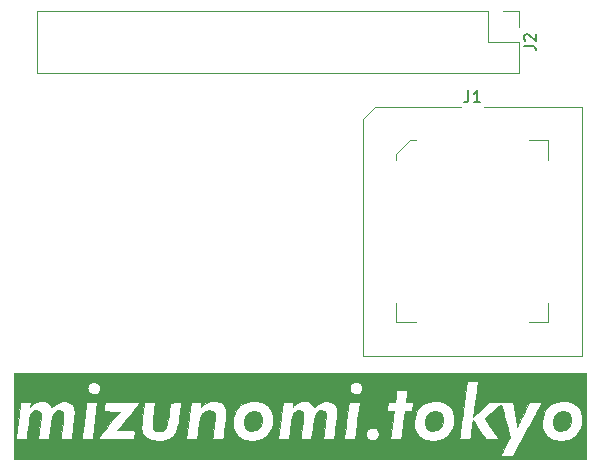
<source format=gto>
%TF.GenerationSoftware,KiCad,Pcbnew,4.0.6*%
%TF.CreationDate,2017-11-25T15:44:53+09:00*%
%TF.ProjectId,gb_rom_board,67625F726F6D5F626F6172642E6B6963,rev?*%
%TF.FileFunction,Legend,Top*%
%FSLAX46Y46*%
G04 Gerber Fmt 4.6, Leading zero omitted, Abs format (unit mm)*
G04 Created by KiCad (PCBNEW 4.0.6) date 11/25/17 15:44:53*
%MOMM*%
%LPD*%
G01*
G04 APERTURE LIST*
%ADD10C,0.100000*%
%ADD11C,0.120000*%
%ADD12C,0.010000*%
%ADD13C,0.150000*%
G04 APERTURE END LIST*
D10*
D11*
X151997000Y-81793400D02*
X144757000Y-81793400D01*
X144757000Y-81793400D02*
X143757000Y-82793400D01*
X143757000Y-82793400D02*
X143757000Y-102843400D01*
X143757000Y-102843400D02*
X162237000Y-102843400D01*
X162237000Y-102843400D02*
X162237000Y-81793400D01*
X162237000Y-81793400D02*
X153997000Y-81793400D01*
D10*
X148212000Y-84613400D02*
X147712000Y-84613400D01*
X147712000Y-84613400D02*
X146562000Y-85763400D01*
X146562000Y-85763400D02*
X146562000Y-86263400D01*
X157782000Y-84613400D02*
X159432000Y-84613400D01*
X159432000Y-84613400D02*
X159432000Y-86263400D01*
X148212000Y-100023400D02*
X146562000Y-100023400D01*
X146562000Y-100023400D02*
X146562000Y-98373400D01*
X157782000Y-100023400D02*
X159432000Y-100023400D01*
X159432000Y-100023400D02*
X159432000Y-98373400D01*
D11*
X116156000Y-73688900D02*
X116156000Y-78888900D01*
X154316000Y-73688900D02*
X116156000Y-73688900D01*
X156916000Y-78888900D02*
X116156000Y-78888900D01*
X154316000Y-73688900D02*
X154316000Y-76288900D01*
X154316000Y-76288900D02*
X156916000Y-76288900D01*
X156916000Y-76288900D02*
X156916000Y-78888900D01*
X155586000Y-73688900D02*
X156916000Y-73688900D01*
X156916000Y-73688900D02*
X156916000Y-75018900D01*
D12*
G36*
X162644667Y-111573733D02*
X114215334Y-111573733D01*
X114215334Y-109914267D01*
X114313864Y-109914267D01*
X114771954Y-109914267D01*
X114955821Y-109913834D01*
X115082990Y-109911356D01*
X115164495Y-109905063D01*
X115211372Y-109893187D01*
X115234654Y-109873956D01*
X115245376Y-109845603D01*
X115247122Y-109838067D01*
X115256214Y-109783744D01*
X115272452Y-109672692D01*
X115294392Y-109515366D01*
X115320589Y-109322225D01*
X115349598Y-109103724D01*
X115367597Y-108966000D01*
X115412636Y-108632537D01*
X115454161Y-108359363D01*
X115494439Y-108139283D01*
X115535733Y-107965098D01*
X115580308Y-107829611D01*
X115630428Y-107725627D01*
X115688359Y-107645948D01*
X115756364Y-107583376D01*
X115815224Y-107543417D01*
X115951852Y-107489911D01*
X116103783Y-107476109D01*
X116245203Y-107501910D01*
X116326617Y-107545416D01*
X116376696Y-107590076D01*
X116414793Y-107640799D01*
X116441149Y-107705204D01*
X116456003Y-107790907D01*
X116459595Y-107905529D01*
X116452166Y-108056686D01*
X116433956Y-108251996D01*
X116405204Y-108499079D01*
X116366304Y-108804386D01*
X116333864Y-109051569D01*
X116303341Y-109280644D01*
X116276072Y-109481841D01*
X116253395Y-109645395D01*
X116236648Y-109761538D01*
X116227169Y-109820502D01*
X116227042Y-109821133D01*
X116208085Y-109914267D01*
X117148447Y-109914267D01*
X117258723Y-109066912D01*
X117305396Y-108719615D01*
X117347907Y-108432939D01*
X117388303Y-108200059D01*
X117428633Y-108014149D01*
X117470946Y-107868384D01*
X117517292Y-107755937D01*
X117569719Y-107669982D01*
X117630276Y-107603694D01*
X117701012Y-107550246D01*
X117716985Y-107540238D01*
X117850170Y-107488578D01*
X118002348Y-107473685D01*
X118148095Y-107494918D01*
X118261991Y-107551635D01*
X118264861Y-107554059D01*
X118305982Y-107597366D01*
X118336660Y-107652250D01*
X118356899Y-107725745D01*
X118366700Y-107824881D01*
X118366065Y-107956693D01*
X118354996Y-108128213D01*
X118333497Y-108346472D01*
X118301569Y-108618505D01*
X118265294Y-108904516D01*
X118233680Y-109149868D01*
X118205131Y-109373823D01*
X118180765Y-109567429D01*
X118161698Y-109721737D01*
X118149045Y-109827796D01*
X118143923Y-109876654D01*
X118143867Y-109878182D01*
X118177415Y-109894842D01*
X118277149Y-109906446D01*
X118441703Y-109912887D01*
X118599532Y-109914267D01*
X119055198Y-109914267D01*
X119901864Y-109914267D01*
X120377532Y-109914267D01*
X120566479Y-109913553D01*
X120697955Y-109910563D01*
X120782214Y-109904021D01*
X120829511Y-109892653D01*
X120850100Y-109875183D01*
X120854255Y-109855000D01*
X120856000Y-109837456D01*
X121361200Y-109837456D01*
X121361200Y-109914267D01*
X124329270Y-109914267D01*
X124369235Y-109614095D01*
X124390528Y-109469968D01*
X124405998Y-109360455D01*
X124408139Y-109280865D01*
X124389444Y-109226510D01*
X124342404Y-109192699D01*
X124259515Y-109174743D01*
X124133267Y-109167951D01*
X123956155Y-109167634D01*
X123720670Y-109169103D01*
X123657082Y-109169200D01*
X122904964Y-109169200D01*
X123042870Y-109025267D01*
X123096394Y-108964997D01*
X123166370Y-108882191D01*
X124970630Y-108882191D01*
X124972852Y-109040945D01*
X124983841Y-109156125D01*
X125008061Y-109251754D01*
X125049977Y-109351856D01*
X125062912Y-109378695D01*
X125208114Y-109599770D01*
X125406638Y-109783442D01*
X125652537Y-109925099D01*
X125865467Y-110001271D01*
X125998666Y-110025362D01*
X126178322Y-110040293D01*
X126383787Y-110046103D01*
X126594412Y-110042833D01*
X126789548Y-110030522D01*
X126948546Y-110009210D01*
X126993918Y-109999095D01*
X127231902Y-109914267D01*
X128741064Y-109914267D01*
X129683611Y-109914267D01*
X129741627Y-109465533D01*
X129789702Y-109098737D01*
X129831725Y-108792548D01*
X129869283Y-108540269D01*
X129903962Y-108335207D01*
X129937348Y-108170666D01*
X129971028Y-108039950D01*
X130006588Y-107936366D01*
X130045614Y-107853218D01*
X130089692Y-107783810D01*
X130140409Y-107721449D01*
X130159883Y-107700196D01*
X130325185Y-107572356D01*
X130528642Y-107496924D01*
X130718549Y-107476610D01*
X130901837Y-107492445D01*
X131035955Y-107545189D01*
X131131716Y-107640295D01*
X131167416Y-107702975D01*
X131185679Y-107743172D01*
X131198743Y-107783291D01*
X131206164Y-107831933D01*
X131207496Y-107897700D01*
X131202295Y-107989192D01*
X131190117Y-108115010D01*
X131170516Y-108283754D01*
X131143048Y-108504025D01*
X131114368Y-108728933D01*
X131082936Y-108976073D01*
X131053748Y-109208247D01*
X131028117Y-109414794D01*
X131007356Y-109585056D01*
X130992780Y-109708374D01*
X130986041Y-109770333D01*
X130972513Y-109914267D01*
X131432478Y-109914267D01*
X131616766Y-109913841D01*
X131744312Y-109911393D01*
X131826104Y-109905162D01*
X131873133Y-109893392D01*
X131896389Y-109874322D01*
X131906861Y-109846194D01*
X131908658Y-109838067D01*
X131926396Y-109737924D01*
X131949182Y-109583980D01*
X131975695Y-109387681D01*
X132004611Y-109160469D01*
X132034608Y-108913790D01*
X132064366Y-108659087D01*
X132080768Y-108512898D01*
X132706534Y-108512898D01*
X132734719Y-108853662D01*
X132817609Y-109159749D01*
X132952701Y-109427612D01*
X133137491Y-109653703D01*
X133369478Y-109834476D01*
X133646160Y-109966382D01*
X133756400Y-110001271D01*
X133910907Y-110029418D01*
X134109722Y-110044490D01*
X134330751Y-110046770D01*
X134551900Y-110036540D01*
X134751074Y-110014083D01*
X134881941Y-109986897D01*
X135068255Y-109914267D01*
X136530398Y-109914267D01*
X136988487Y-109914267D01*
X137172354Y-109913834D01*
X137299523Y-109911356D01*
X137381029Y-109905063D01*
X137427905Y-109893187D01*
X137451187Y-109873956D01*
X137461909Y-109845603D01*
X137463656Y-109838067D01*
X137472747Y-109783744D01*
X137488985Y-109672692D01*
X137510925Y-109515366D01*
X137537122Y-109322225D01*
X137566131Y-109103724D01*
X137584130Y-108966000D01*
X137629169Y-108632537D01*
X137670695Y-108359363D01*
X137710972Y-108139283D01*
X137752266Y-107965098D01*
X137796841Y-107829611D01*
X137846962Y-107725627D01*
X137904892Y-107645948D01*
X137972897Y-107583376D01*
X138031757Y-107543417D01*
X138168385Y-107489911D01*
X138320317Y-107476109D01*
X138461737Y-107501910D01*
X138543150Y-107545416D01*
X138593229Y-107590076D01*
X138631327Y-107640799D01*
X138657682Y-107705204D01*
X138672536Y-107790907D01*
X138676128Y-107905529D01*
X138668699Y-108056686D01*
X138650489Y-108251996D01*
X138621738Y-108499079D01*
X138582837Y-108804386D01*
X138550397Y-109051569D01*
X138519874Y-109280644D01*
X138492605Y-109481841D01*
X138469928Y-109645395D01*
X138453181Y-109761538D01*
X138443702Y-109820502D01*
X138443575Y-109821133D01*
X138424618Y-109914267D01*
X139364980Y-109914267D01*
X139475256Y-109066912D01*
X139521930Y-108719615D01*
X139564440Y-108432939D01*
X139604836Y-108200059D01*
X139645166Y-108014149D01*
X139687479Y-107868384D01*
X139733825Y-107755937D01*
X139786252Y-107669982D01*
X139846809Y-107603694D01*
X139917545Y-107550246D01*
X139933519Y-107540238D01*
X140066704Y-107488578D01*
X140218881Y-107473685D01*
X140364628Y-107494918D01*
X140478525Y-107551635D01*
X140481394Y-107554059D01*
X140522515Y-107597366D01*
X140553194Y-107652250D01*
X140573432Y-107725745D01*
X140583233Y-107824881D01*
X140582598Y-107956693D01*
X140571530Y-108128213D01*
X140550031Y-108346472D01*
X140518102Y-108618505D01*
X140481827Y-108904516D01*
X140450213Y-109149868D01*
X140421665Y-109373823D01*
X140397299Y-109567429D01*
X140378231Y-109721737D01*
X140365578Y-109827796D01*
X140360456Y-109876654D01*
X140360400Y-109878182D01*
X140393949Y-109894842D01*
X140493683Y-109906446D01*
X140658236Y-109912887D01*
X140816066Y-109914267D01*
X141271731Y-109914267D01*
X142118398Y-109914267D01*
X142594066Y-109914267D01*
X142783013Y-109913553D01*
X142914489Y-109910563D01*
X142998748Y-109904021D01*
X143046044Y-109892653D01*
X143066633Y-109875183D01*
X143070788Y-109855000D01*
X143075270Y-109809948D01*
X143087671Y-109704828D01*
X143107099Y-109546727D01*
X143115972Y-109475912D01*
X143973844Y-109475912D01*
X143991764Y-109644709D01*
X144052208Y-109788704D01*
X144080417Y-109825982D01*
X144195471Y-109931544D01*
X144323841Y-109990367D01*
X144485372Y-110009872D01*
X144567549Y-110008140D01*
X144695647Y-109998441D01*
X144780830Y-109978976D01*
X144847914Y-109940639D01*
X144915337Y-109880526D01*
X145027705Y-109729952D01*
X145083548Y-109561060D01*
X145084686Y-109387411D01*
X145032942Y-109222564D01*
X144930137Y-109080080D01*
X144794581Y-108981717D01*
X144637325Y-108933388D01*
X144464576Y-108933082D01*
X144296273Y-108976190D01*
X144152356Y-109058100D01*
X144067246Y-109149885D01*
X143998865Y-109303807D01*
X143973844Y-109475912D01*
X143115972Y-109475912D01*
X143132660Y-109342735D01*
X143163461Y-109099940D01*
X143198611Y-108825431D01*
X143237216Y-108526297D01*
X143266977Y-108297133D01*
X143373566Y-107478542D01*
X145755618Y-107478542D01*
X145778111Y-107496082D01*
X145836439Y-107505504D01*
X145942487Y-107509225D01*
X146048363Y-107509733D01*
X146193287Y-107510441D01*
X146282702Y-107514699D01*
X146328830Y-107525714D01*
X146343894Y-107546690D01*
X146340119Y-107580832D01*
X146338987Y-107585933D01*
X146330495Y-107637565D01*
X146314584Y-107747537D01*
X146292457Y-107907009D01*
X146265321Y-108107139D01*
X146234382Y-108339087D01*
X146200843Y-108594011D01*
X146185467Y-108712000D01*
X146151162Y-108974277D01*
X146118923Y-109217496D01*
X146089953Y-109432814D01*
X146065458Y-109611390D01*
X146046644Y-109744385D01*
X146034716Y-109822955D01*
X146031946Y-109838067D01*
X146014843Y-109914267D01*
X146489622Y-109914267D01*
X146660149Y-109913355D01*
X146803515Y-109910851D01*
X146907612Y-109907102D01*
X146960329Y-109902454D01*
X146964400Y-109900676D01*
X146968703Y-109865102D01*
X146980927Y-109770200D01*
X147000045Y-109623785D01*
X147025033Y-109433670D01*
X147054862Y-109207667D01*
X147088508Y-108953590D01*
X147116767Y-108740743D01*
X147146918Y-108512898D01*
X148048134Y-108512898D01*
X148076319Y-108853662D01*
X148159209Y-109159749D01*
X148294301Y-109427612D01*
X148479091Y-109653703D01*
X148711078Y-109834476D01*
X148987760Y-109966382D01*
X149098000Y-110001271D01*
X149252507Y-110029418D01*
X149451322Y-110044490D01*
X149672351Y-110046770D01*
X149893500Y-110036540D01*
X150092674Y-110014083D01*
X150223541Y-109986897D01*
X150409855Y-109914267D01*
X151869685Y-109914267D01*
X152346509Y-109914267D01*
X152546921Y-109912682D01*
X152687134Y-109907488D01*
X152774615Y-109898020D01*
X152816835Y-109883617D01*
X152823557Y-109871933D01*
X152827912Y-109821422D01*
X152839743Y-109718283D01*
X152857520Y-109573986D01*
X152879712Y-109400003D01*
X152904790Y-109207803D01*
X152931224Y-109008856D01*
X152957484Y-108814632D01*
X152982040Y-108636602D01*
X153003362Y-108486236D01*
X153019921Y-108375004D01*
X153030186Y-108314376D01*
X153032334Y-108306668D01*
X153053257Y-108331072D01*
X153106922Y-108404915D01*
X153188521Y-108521259D01*
X153293246Y-108673171D01*
X153416289Y-108853715D01*
X153552843Y-109055956D01*
X153585334Y-109104331D01*
X154127200Y-109911905D01*
X154660600Y-109913086D01*
X154842034Y-109912604D01*
X154996992Y-109910509D01*
X155114050Y-109907091D01*
X155181784Y-109902639D01*
X155194000Y-109899533D01*
X155175408Y-109869097D01*
X155122792Y-109790051D01*
X155040888Y-109669332D01*
X154934436Y-109513877D01*
X154808173Y-109330621D01*
X154666836Y-109126500D01*
X154612696Y-109048551D01*
X154434379Y-108790189D01*
X154293873Y-108582259D01*
X154188685Y-108420754D01*
X154116325Y-108301668D01*
X154074299Y-108220995D01*
X154060117Y-108174728D01*
X154062362Y-108163726D01*
X154095204Y-108128777D01*
X154171687Y-108055458D01*
X154284734Y-107950297D01*
X154427273Y-107819821D01*
X154592229Y-107670558D01*
X154753734Y-107525799D01*
X154958610Y-107343951D01*
X155119079Y-107204119D01*
X155240380Y-107102242D01*
X155327752Y-107034260D01*
X155386435Y-106996112D01*
X155421669Y-106983740D01*
X155438692Y-106993081D01*
X155439358Y-106994490D01*
X155455176Y-107043065D01*
X155485648Y-107147558D01*
X155528491Y-107299473D01*
X155581417Y-107490312D01*
X155642142Y-107711578D01*
X155708381Y-107954775D01*
X155777846Y-108211405D01*
X155848254Y-108472972D01*
X155917318Y-108730978D01*
X155982753Y-108976926D01*
X156042274Y-109202320D01*
X156093594Y-109398662D01*
X156134429Y-109557455D01*
X156162492Y-109670203D01*
X156175500Y-109728408D01*
X156176134Y-109733640D01*
X156160599Y-109776295D01*
X156116974Y-109869495D01*
X156049726Y-110004390D01*
X155963324Y-110172130D01*
X155862236Y-110363865D01*
X155788791Y-110500834D01*
X155679170Y-110704627D01*
X155579652Y-110890965D01*
X155495011Y-111050803D01*
X155430020Y-111175096D01*
X155389453Y-111254799D01*
X155378430Y-111278440D01*
X155373923Y-111300915D01*
X155386657Y-111316658D01*
X155425920Y-111326588D01*
X155500997Y-111331622D01*
X155621176Y-111332678D01*
X155795742Y-111330673D01*
X155890932Y-111329080D01*
X156426453Y-111319733D01*
X157637941Y-109084533D01*
X157832708Y-108724885D01*
X157947310Y-108512898D01*
X158885467Y-108512898D01*
X158913653Y-108853662D01*
X158996543Y-109159749D01*
X159131634Y-109427612D01*
X159316424Y-109653703D01*
X159548412Y-109834476D01*
X159825094Y-109966382D01*
X159935334Y-110001271D01*
X160089840Y-110029418D01*
X160288655Y-110044490D01*
X160509684Y-110046770D01*
X160730833Y-110036540D01*
X160930007Y-110014083D01*
X161060874Y-109986897D01*
X161359785Y-109870374D01*
X161631952Y-109698322D01*
X161869080Y-109479534D01*
X162062875Y-109222804D01*
X162205043Y-108936925D01*
X162274589Y-108700171D01*
X162297861Y-108519783D01*
X162303893Y-108305125D01*
X162294050Y-108078526D01*
X162269694Y-107862315D01*
X162232190Y-107678821D01*
X162207575Y-107602796D01*
X162068776Y-107337485D01*
X161875554Y-107106859D01*
X161635512Y-106918384D01*
X161377853Y-106787844D01*
X161230335Y-106747249D01*
X161036376Y-106718414D01*
X160816357Y-106702023D01*
X160590658Y-106698757D01*
X160379660Y-106709297D01*
X160203742Y-106734327D01*
X160153422Y-106746871D01*
X159888727Y-106842730D01*
X159662340Y-106970327D01*
X159449451Y-107144450D01*
X159391202Y-107201222D01*
X159183949Y-107446358D01*
X159033692Y-107711623D01*
X158937088Y-108005682D01*
X158890796Y-108337201D01*
X158885467Y-108512898D01*
X157947310Y-108512898D01*
X158017813Y-108382484D01*
X158190753Y-108062000D01*
X158349026Y-107768098D01*
X158490128Y-107505445D01*
X158611555Y-107278709D01*
X158710804Y-107092556D01*
X158785373Y-106951653D01*
X158832756Y-106860668D01*
X158850452Y-106824267D01*
X158850515Y-106823933D01*
X158818938Y-106815331D01*
X158731024Y-106808053D01*
X158598168Y-106802628D01*
X158431761Y-106799588D01*
X158318200Y-106799132D01*
X157784800Y-106799732D01*
X157352323Y-107688132D01*
X157238274Y-107923695D01*
X157131127Y-108147423D01*
X157035342Y-108349813D01*
X156955380Y-108521362D01*
X156895703Y-108652567D01*
X156860771Y-108733923D01*
X156857925Y-108741284D01*
X156796005Y-108906036D01*
X156773530Y-108741284D01*
X156761022Y-108663671D01*
X156737442Y-108530459D01*
X156704804Y-108352507D01*
X156665119Y-108140672D01*
X156620400Y-107905814D01*
X156578250Y-107687533D01*
X156405445Y-106798533D01*
X154372448Y-106798533D01*
X153716424Y-107428840D01*
X153543889Y-107593042D01*
X153388464Y-107737945D01*
X153256367Y-107857999D01*
X153153811Y-107947655D01*
X153087013Y-108001363D01*
X153062187Y-108013574D01*
X153062157Y-108013040D01*
X153066845Y-107970728D01*
X153079542Y-107868345D01*
X153099334Y-107712960D01*
X153125306Y-107511646D01*
X153156542Y-107271471D01*
X153192129Y-106999509D01*
X153231149Y-106702829D01*
X153258761Y-106493733D01*
X153453608Y-105020533D01*
X152998346Y-105011080D01*
X152830703Y-105008275D01*
X152689568Y-105007195D01*
X152587612Y-105007840D01*
X152537505Y-105010211D01*
X152534558Y-105011080D01*
X152528836Y-105045365D01*
X152515048Y-105141411D01*
X152493922Y-105293820D01*
X152466184Y-105497193D01*
X152432561Y-105746131D01*
X152393781Y-106035237D01*
X152350571Y-106359110D01*
X152303659Y-106712354D01*
X152253770Y-107089568D01*
X152216247Y-107374267D01*
X152164321Y-107768142D01*
X152114606Y-108143986D01*
X152067861Y-108496140D01*
X152024844Y-108818949D01*
X151986314Y-109106755D01*
X151953031Y-109353903D01*
X151925751Y-109554734D01*
X151905235Y-109703594D01*
X151892240Y-109794824D01*
X151888072Y-109821133D01*
X151869685Y-109914267D01*
X150409855Y-109914267D01*
X150522452Y-109870374D01*
X150794619Y-109698322D01*
X151031747Y-109479534D01*
X151225542Y-109222804D01*
X151367709Y-108936925D01*
X151437256Y-108700171D01*
X151460528Y-108519783D01*
X151466560Y-108305125D01*
X151456717Y-108078526D01*
X151432361Y-107862315D01*
X151394857Y-107678821D01*
X151370242Y-107602796D01*
X151231442Y-107337485D01*
X151038221Y-107106859D01*
X150798179Y-106918384D01*
X150540519Y-106787844D01*
X150393002Y-106747249D01*
X150199043Y-106718414D01*
X149979024Y-106702023D01*
X149753325Y-106698757D01*
X149542326Y-106709297D01*
X149366408Y-106734327D01*
X149316089Y-106746871D01*
X149051394Y-106842730D01*
X148825007Y-106970327D01*
X148612117Y-107144450D01*
X148553869Y-107201222D01*
X148346616Y-107446358D01*
X148196358Y-107711623D01*
X148099754Y-108005682D01*
X148053463Y-108337201D01*
X148048134Y-108512898D01*
X147146918Y-108512898D01*
X147152775Y-108468644D01*
X147185750Y-108217159D01*
X147214657Y-107994364D01*
X147238462Y-107808330D01*
X147256130Y-107667130D01*
X147266625Y-107578838D01*
X147269167Y-107552067D01*
X147291033Y-107530138D01*
X147361634Y-107516606D01*
X147488538Y-107510412D01*
X147571309Y-107509733D01*
X147873418Y-107509733D01*
X147891677Y-107416600D01*
X147905269Y-107331281D01*
X147920967Y-107210029D01*
X147931008Y-107120267D01*
X147945077Y-107000576D01*
X147959563Y-106902149D01*
X147968523Y-106857800D01*
X147969981Y-106829700D01*
X147947458Y-106812156D01*
X147889061Y-106802743D01*
X147782896Y-106799034D01*
X147677882Y-106798533D01*
X147543099Y-106797569D01*
X147438423Y-106794985D01*
X147378913Y-106791244D01*
X147370800Y-106789090D01*
X147375299Y-106754031D01*
X147387655Y-106664185D01*
X147406161Y-106531821D01*
X147429108Y-106369209D01*
X147438004Y-106306490D01*
X147462326Y-106132623D01*
X147482804Y-105981246D01*
X147497676Y-105865768D01*
X147505180Y-105799600D01*
X147505737Y-105791000D01*
X147488129Y-105773089D01*
X147429775Y-105760605D01*
X147323162Y-105752867D01*
X147160776Y-105749198D01*
X147037325Y-105748667D01*
X146568383Y-105748667D01*
X146503445Y-106265133D01*
X146438506Y-106781600D01*
X146145062Y-106791350D01*
X146011946Y-106795465D01*
X145922740Y-106804990D01*
X145867225Y-106831492D01*
X145835182Y-106886535D01*
X145816391Y-106981686D01*
X145800632Y-107128512D01*
X145794592Y-107188000D01*
X145780524Y-107307690D01*
X145766037Y-107406117D01*
X145757077Y-107450467D01*
X145755618Y-107478542D01*
X143373566Y-107478542D01*
X143462112Y-106798533D01*
X142530936Y-106798533D01*
X142512404Y-106908600D01*
X142504141Y-106965882D01*
X142488460Y-107082436D01*
X142466388Y-107250327D01*
X142438953Y-107461624D01*
X142407186Y-107708392D01*
X142372115Y-107982700D01*
X142334767Y-108276612D01*
X142324667Y-108356400D01*
X142286891Y-108654161D01*
X142251119Y-108934409D01*
X142218380Y-109189211D01*
X142189703Y-109410634D01*
X142166117Y-109590743D01*
X142148650Y-109721607D01*
X142138331Y-109795292D01*
X142136930Y-109804200D01*
X142118398Y-109914267D01*
X141271731Y-109914267D01*
X141290129Y-109804200D01*
X141327504Y-109565640D01*
X141365412Y-109296823D01*
X141402414Y-109010631D01*
X141437071Y-108719942D01*
X141467947Y-108437636D01*
X141493602Y-108176593D01*
X141512600Y-107949694D01*
X141523501Y-107769818D01*
X141525521Y-107696000D01*
X141525510Y-107515838D01*
X141520716Y-107387572D01*
X141509118Y-107295420D01*
X141488692Y-107223600D01*
X141457414Y-107156330D01*
X141456005Y-107153689D01*
X141323653Y-106957783D01*
X141163946Y-106819626D01*
X140969416Y-106734927D01*
X140732597Y-106699393D01*
X140662766Y-106697677D01*
X140448212Y-106707787D01*
X140271764Y-106745054D01*
X140113367Y-106817793D01*
X139952965Y-106934318D01*
X139834237Y-107041170D01*
X139722730Y-107145764D01*
X139650103Y-107208472D01*
X139606885Y-107234843D01*
X139583606Y-107230427D01*
X139570797Y-107200773D01*
X139569623Y-107196219D01*
X139521494Y-107096760D01*
X139432154Y-106982931D01*
X139319421Y-106873571D01*
X139201116Y-106787522D01*
X139164284Y-106767644D01*
X139062663Y-106728206D01*
X138946404Y-106706026D01*
X138792938Y-106697421D01*
X138730757Y-106696933D01*
X138502698Y-106712490D01*
X138309991Y-106764659D01*
X138133260Y-106861686D01*
X137953126Y-107011817D01*
X137923596Y-107040429D01*
X137834604Y-107125278D01*
X137783999Y-107164804D01*
X137764189Y-107163426D01*
X137766167Y-107132067D01*
X137782842Y-107043901D01*
X137801415Y-106935635D01*
X137803050Y-106925533D01*
X137823469Y-106798533D01*
X137381668Y-106798533D01*
X137217584Y-106800360D01*
X137081100Y-106805359D01*
X136984769Y-106812808D01*
X136941144Y-106821986D01*
X136939848Y-106823933D01*
X136935565Y-106863493D01*
X136923459Y-106961806D01*
X136904631Y-107110479D01*
X136880180Y-107301122D01*
X136851206Y-107525343D01*
X136818809Y-107774752D01*
X136784089Y-108040957D01*
X136748144Y-108315568D01*
X136712076Y-108590192D01*
X136676983Y-108856439D01*
X136643966Y-109105918D01*
X136614123Y-109330238D01*
X136588556Y-109521007D01*
X136568363Y-109669834D01*
X136554645Y-109768329D01*
X136549254Y-109804200D01*
X136530398Y-109914267D01*
X135068255Y-109914267D01*
X135180852Y-109870374D01*
X135453019Y-109698322D01*
X135690147Y-109479534D01*
X135883942Y-109222804D01*
X136026109Y-108936925D01*
X136095656Y-108700171D01*
X136118928Y-108519783D01*
X136124960Y-108305125D01*
X136115117Y-108078526D01*
X136090761Y-107862315D01*
X136053257Y-107678821D01*
X136028642Y-107602796D01*
X135889842Y-107337485D01*
X135696621Y-107106859D01*
X135456579Y-106918384D01*
X135198919Y-106787844D01*
X135051402Y-106747249D01*
X134857443Y-106718414D01*
X134637424Y-106702023D01*
X134411725Y-106698757D01*
X134200726Y-106709297D01*
X134024808Y-106734327D01*
X133974489Y-106746871D01*
X133709794Y-106842730D01*
X133483407Y-106970327D01*
X133270517Y-107144450D01*
X133212269Y-107201222D01*
X133005016Y-107446358D01*
X132854758Y-107711623D01*
X132758154Y-108005682D01*
X132711863Y-108337201D01*
X132706534Y-108512898D01*
X132080768Y-108512898D01*
X132092560Y-108407806D01*
X132117870Y-108171390D01*
X132138972Y-107961283D01*
X132154546Y-107788930D01*
X132163268Y-107665776D01*
X132164667Y-107622096D01*
X132142347Y-107369623D01*
X132073238Y-107162161D01*
X131954114Y-106992858D01*
X131813151Y-106875193D01*
X131669382Y-106790742D01*
X131525006Y-106736261D01*
X131361079Y-106707473D01*
X131158660Y-106700099D01*
X131049317Y-106702650D01*
X130810756Y-106723700D01*
X130608668Y-106773479D01*
X130421096Y-106860484D01*
X130226083Y-106993213D01*
X130156928Y-107048027D01*
X130058040Y-107126490D01*
X130001028Y-107164502D01*
X129976793Y-107166211D01*
X129976235Y-107135768D01*
X129977382Y-107129884D01*
X129993642Y-107043438D01*
X130012008Y-106936089D01*
X130013717Y-106925533D01*
X130034136Y-106798533D01*
X129592335Y-106798533D01*
X129428250Y-106800360D01*
X129291766Y-106805359D01*
X129195435Y-106812808D01*
X129151811Y-106821986D01*
X129150515Y-106823933D01*
X129146231Y-106863493D01*
X129134126Y-106961806D01*
X129115298Y-107110479D01*
X129090847Y-107301122D01*
X129061873Y-107525343D01*
X129029476Y-107774752D01*
X128994755Y-108040957D01*
X128958811Y-108315568D01*
X128922742Y-108590192D01*
X128887650Y-108856439D01*
X128854632Y-109105918D01*
X128824790Y-109330238D01*
X128799223Y-109521007D01*
X128779030Y-109669834D01*
X128765312Y-109768329D01*
X128759920Y-109804200D01*
X128741064Y-109914267D01*
X127231902Y-109914267D01*
X127278617Y-109897616D01*
X127519416Y-109751384D01*
X127718631Y-109557488D01*
X127878580Y-109313016D01*
X128001580Y-109015056D01*
X128089948Y-108660696D01*
X128099002Y-108610400D01*
X128113589Y-108518748D01*
X128134161Y-108379558D01*
X128159196Y-108204098D01*
X128187174Y-108003632D01*
X128216572Y-107789428D01*
X128245869Y-107572752D01*
X128273544Y-107364869D01*
X128298075Y-107177047D01*
X128317942Y-107020552D01*
X128331622Y-106906650D01*
X128337594Y-106846607D01*
X128337733Y-106842527D01*
X128325205Y-106823841D01*
X128281530Y-106811568D01*
X128197576Y-106804993D01*
X128064209Y-106803398D01*
X127873272Y-106806044D01*
X127408811Y-106815467D01*
X127316241Y-107543570D01*
X127268486Y-107902182D01*
X127223388Y-108200031D01*
X127178968Y-108443930D01*
X127133245Y-108640693D01*
X127084239Y-108797130D01*
X127029971Y-108920055D01*
X126968459Y-109016281D01*
X126897725Y-109092618D01*
X126855917Y-109127268D01*
X126732048Y-109189556D01*
X126571163Y-109227479D01*
X126400570Y-109237885D01*
X126247579Y-109217621D01*
X126203106Y-109202641D01*
X126067046Y-109111926D01*
X125966098Y-108975759D01*
X125915833Y-108821906D01*
X125914728Y-108752664D01*
X125921835Y-108626743D01*
X125936020Y-108454551D01*
X125956150Y-108246494D01*
X125981089Y-108012980D01*
X126009704Y-107764414D01*
X126040860Y-107511204D01*
X126073423Y-107263757D01*
X126106259Y-107032479D01*
X126122522Y-106925533D01*
X126142354Y-106798533D01*
X125200852Y-106798533D01*
X125086286Y-107687533D01*
X125054611Y-107944918D01*
X125026206Y-108197928D01*
X125002348Y-108433358D01*
X124984318Y-108638000D01*
X124973392Y-108798649D01*
X124970630Y-108882191D01*
X123166370Y-108882191D01*
X123186054Y-108858899D01*
X123305909Y-108714223D01*
X123450015Y-108538217D01*
X123612433Y-108338132D01*
X123787219Y-108121218D01*
X123931479Y-107941044D01*
X124149597Y-107666728D01*
X124327816Y-107439872D01*
X124469503Y-107255823D01*
X124578027Y-107109929D01*
X124656755Y-106997537D01*
X124709056Y-106913995D01*
X124738297Y-106854650D01*
X124747846Y-106814849D01*
X124747867Y-106813262D01*
X124715162Y-106810136D01*
X124621694Y-106807236D01*
X124474431Y-106804635D01*
X124280345Y-106802402D01*
X124046405Y-106800612D01*
X123779581Y-106799333D01*
X123486841Y-106798640D01*
X123314631Y-106798533D01*
X121881394Y-106798533D01*
X121841238Y-107145667D01*
X121824431Y-107295027D01*
X121811121Y-107421072D01*
X121802989Y-107507416D01*
X121801274Y-107535133D01*
X121817249Y-107550225D01*
X121869486Y-107561543D01*
X121964690Y-107569504D01*
X122109567Y-107574521D01*
X122310820Y-107577008D01*
X122486110Y-107577467D01*
X123170753Y-107577466D01*
X122997087Y-107755266D01*
X122909692Y-107849879D01*
X122795444Y-107981330D01*
X122659938Y-108142496D01*
X122508770Y-108326256D01*
X122347534Y-108525490D01*
X122181825Y-108733074D01*
X122017239Y-108941889D01*
X121859370Y-109144812D01*
X121713815Y-109334721D01*
X121586167Y-109504496D01*
X121482021Y-109647015D01*
X121406974Y-109755155D01*
X121366620Y-109821797D01*
X121361200Y-109837456D01*
X120856000Y-109837456D01*
X120858737Y-109809948D01*
X120871138Y-109704828D01*
X120890565Y-109546727D01*
X120916126Y-109342735D01*
X120946928Y-109099940D01*
X120982077Y-108825431D01*
X121020682Y-108526297D01*
X121050444Y-108297133D01*
X121245579Y-106798533D01*
X120314403Y-106798533D01*
X120295870Y-106908600D01*
X120287608Y-106965882D01*
X120271926Y-107082436D01*
X120249854Y-107250327D01*
X120222420Y-107461624D01*
X120190653Y-107708392D01*
X120155581Y-107982700D01*
X120118234Y-108276612D01*
X120108134Y-108356400D01*
X120070357Y-108654161D01*
X120034585Y-108934409D01*
X120001847Y-109189211D01*
X119973170Y-109410634D01*
X119949584Y-109590743D01*
X119932117Y-109721607D01*
X119921798Y-109795292D01*
X119920397Y-109804200D01*
X119901864Y-109914267D01*
X119055198Y-109914267D01*
X119073596Y-109804200D01*
X119110971Y-109565640D01*
X119148878Y-109296823D01*
X119185880Y-109010631D01*
X119220538Y-108719942D01*
X119251414Y-108437636D01*
X119277069Y-108176593D01*
X119296066Y-107949694D01*
X119306967Y-107769818D01*
X119308987Y-107696000D01*
X119308976Y-107515838D01*
X119304183Y-107387572D01*
X119292585Y-107295420D01*
X119272158Y-107223600D01*
X119240881Y-107156330D01*
X119239471Y-107153689D01*
X119107120Y-106957783D01*
X118947412Y-106819626D01*
X118752883Y-106734927D01*
X118516064Y-106699393D01*
X118446233Y-106697677D01*
X118231679Y-106707787D01*
X118055231Y-106745054D01*
X117896833Y-106817793D01*
X117736432Y-106934318D01*
X117617704Y-107041170D01*
X117506197Y-107145764D01*
X117433569Y-107208472D01*
X117390352Y-107234843D01*
X117367073Y-107230427D01*
X117354263Y-107200773D01*
X117353089Y-107196219D01*
X117304961Y-107096760D01*
X117215620Y-106982931D01*
X117102888Y-106873571D01*
X116984583Y-106787522D01*
X116947750Y-106767644D01*
X116846129Y-106728206D01*
X116729871Y-106706026D01*
X116576405Y-106697421D01*
X116514224Y-106696933D01*
X116286164Y-106712490D01*
X116093458Y-106764659D01*
X115916726Y-106861686D01*
X115736593Y-107011817D01*
X115707062Y-107040429D01*
X115618071Y-107125278D01*
X115567466Y-107164804D01*
X115547656Y-107163426D01*
X115549634Y-107132067D01*
X115566309Y-107043901D01*
X115584882Y-106935635D01*
X115586517Y-106925533D01*
X115606936Y-106798533D01*
X115165135Y-106798533D01*
X115001050Y-106800360D01*
X114864566Y-106805359D01*
X114768235Y-106812808D01*
X114724611Y-106821986D01*
X114723315Y-106823933D01*
X114719031Y-106863493D01*
X114706926Y-106961806D01*
X114688098Y-107110479D01*
X114663647Y-107301122D01*
X114634673Y-107525343D01*
X114602276Y-107774752D01*
X114567555Y-108040957D01*
X114531611Y-108315568D01*
X114495542Y-108590192D01*
X114460450Y-108856439D01*
X114427432Y-109105918D01*
X114397590Y-109330238D01*
X114372023Y-109521007D01*
X114351830Y-109669834D01*
X114338112Y-109768329D01*
X114332720Y-109804200D01*
X114313864Y-109914267D01*
X114215334Y-109914267D01*
X114215334Y-105597140D01*
X120381845Y-105597140D01*
X120408230Y-105766057D01*
X120486853Y-105920505D01*
X120616116Y-106045000D01*
X120752419Y-106103155D01*
X120917604Y-106123563D01*
X121084047Y-106105826D01*
X121217576Y-106053649D01*
X121354908Y-105933041D01*
X121437287Y-105774133D01*
X121462547Y-105596267D01*
X121450332Y-105513885D01*
X142602627Y-105513885D01*
X142606666Y-105692249D01*
X142666335Y-105860332D01*
X142777542Y-106001633D01*
X142832650Y-106045000D01*
X142968952Y-106103155D01*
X143134137Y-106123563D01*
X143300581Y-106105826D01*
X143434110Y-106053649D01*
X143571441Y-105933041D01*
X143653820Y-105774133D01*
X143679080Y-105596267D01*
X143650668Y-105404649D01*
X143568729Y-105251981D01*
X143438208Y-105143022D01*
X143264050Y-105082536D01*
X143134008Y-105071460D01*
X142941425Y-105097970D01*
X142788664Y-105178763D01*
X142673143Y-105315308D01*
X142658308Y-105341738D01*
X142602627Y-105513885D01*
X121450332Y-105513885D01*
X121434135Y-105404649D01*
X121352196Y-105251981D01*
X121221675Y-105143022D01*
X121047517Y-105082536D01*
X120917475Y-105071460D01*
X120771279Y-105082421D01*
X120660790Y-105120432D01*
X120616116Y-105147533D01*
X120485788Y-105273481D01*
X120407698Y-105428149D01*
X120381845Y-105597140D01*
X114215334Y-105597140D01*
X114215334Y-104326267D01*
X162644667Y-104326267D01*
X162644667Y-111573733D01*
X162644667Y-111573733D01*
G37*
X162644667Y-111573733D02*
X114215334Y-111573733D01*
X114215334Y-109914267D01*
X114313864Y-109914267D01*
X114771954Y-109914267D01*
X114955821Y-109913834D01*
X115082990Y-109911356D01*
X115164495Y-109905063D01*
X115211372Y-109893187D01*
X115234654Y-109873956D01*
X115245376Y-109845603D01*
X115247122Y-109838067D01*
X115256214Y-109783744D01*
X115272452Y-109672692D01*
X115294392Y-109515366D01*
X115320589Y-109322225D01*
X115349598Y-109103724D01*
X115367597Y-108966000D01*
X115412636Y-108632537D01*
X115454161Y-108359363D01*
X115494439Y-108139283D01*
X115535733Y-107965098D01*
X115580308Y-107829611D01*
X115630428Y-107725627D01*
X115688359Y-107645948D01*
X115756364Y-107583376D01*
X115815224Y-107543417D01*
X115951852Y-107489911D01*
X116103783Y-107476109D01*
X116245203Y-107501910D01*
X116326617Y-107545416D01*
X116376696Y-107590076D01*
X116414793Y-107640799D01*
X116441149Y-107705204D01*
X116456003Y-107790907D01*
X116459595Y-107905529D01*
X116452166Y-108056686D01*
X116433956Y-108251996D01*
X116405204Y-108499079D01*
X116366304Y-108804386D01*
X116333864Y-109051569D01*
X116303341Y-109280644D01*
X116276072Y-109481841D01*
X116253395Y-109645395D01*
X116236648Y-109761538D01*
X116227169Y-109820502D01*
X116227042Y-109821133D01*
X116208085Y-109914267D01*
X117148447Y-109914267D01*
X117258723Y-109066912D01*
X117305396Y-108719615D01*
X117347907Y-108432939D01*
X117388303Y-108200059D01*
X117428633Y-108014149D01*
X117470946Y-107868384D01*
X117517292Y-107755937D01*
X117569719Y-107669982D01*
X117630276Y-107603694D01*
X117701012Y-107550246D01*
X117716985Y-107540238D01*
X117850170Y-107488578D01*
X118002348Y-107473685D01*
X118148095Y-107494918D01*
X118261991Y-107551635D01*
X118264861Y-107554059D01*
X118305982Y-107597366D01*
X118336660Y-107652250D01*
X118356899Y-107725745D01*
X118366700Y-107824881D01*
X118366065Y-107956693D01*
X118354996Y-108128213D01*
X118333497Y-108346472D01*
X118301569Y-108618505D01*
X118265294Y-108904516D01*
X118233680Y-109149868D01*
X118205131Y-109373823D01*
X118180765Y-109567429D01*
X118161698Y-109721737D01*
X118149045Y-109827796D01*
X118143923Y-109876654D01*
X118143867Y-109878182D01*
X118177415Y-109894842D01*
X118277149Y-109906446D01*
X118441703Y-109912887D01*
X118599532Y-109914267D01*
X119055198Y-109914267D01*
X119901864Y-109914267D01*
X120377532Y-109914267D01*
X120566479Y-109913553D01*
X120697955Y-109910563D01*
X120782214Y-109904021D01*
X120829511Y-109892653D01*
X120850100Y-109875183D01*
X120854255Y-109855000D01*
X120856000Y-109837456D01*
X121361200Y-109837456D01*
X121361200Y-109914267D01*
X124329270Y-109914267D01*
X124369235Y-109614095D01*
X124390528Y-109469968D01*
X124405998Y-109360455D01*
X124408139Y-109280865D01*
X124389444Y-109226510D01*
X124342404Y-109192699D01*
X124259515Y-109174743D01*
X124133267Y-109167951D01*
X123956155Y-109167634D01*
X123720670Y-109169103D01*
X123657082Y-109169200D01*
X122904964Y-109169200D01*
X123042870Y-109025267D01*
X123096394Y-108964997D01*
X123166370Y-108882191D01*
X124970630Y-108882191D01*
X124972852Y-109040945D01*
X124983841Y-109156125D01*
X125008061Y-109251754D01*
X125049977Y-109351856D01*
X125062912Y-109378695D01*
X125208114Y-109599770D01*
X125406638Y-109783442D01*
X125652537Y-109925099D01*
X125865467Y-110001271D01*
X125998666Y-110025362D01*
X126178322Y-110040293D01*
X126383787Y-110046103D01*
X126594412Y-110042833D01*
X126789548Y-110030522D01*
X126948546Y-110009210D01*
X126993918Y-109999095D01*
X127231902Y-109914267D01*
X128741064Y-109914267D01*
X129683611Y-109914267D01*
X129741627Y-109465533D01*
X129789702Y-109098737D01*
X129831725Y-108792548D01*
X129869283Y-108540269D01*
X129903962Y-108335207D01*
X129937348Y-108170666D01*
X129971028Y-108039950D01*
X130006588Y-107936366D01*
X130045614Y-107853218D01*
X130089692Y-107783810D01*
X130140409Y-107721449D01*
X130159883Y-107700196D01*
X130325185Y-107572356D01*
X130528642Y-107496924D01*
X130718549Y-107476610D01*
X130901837Y-107492445D01*
X131035955Y-107545189D01*
X131131716Y-107640295D01*
X131167416Y-107702975D01*
X131185679Y-107743172D01*
X131198743Y-107783291D01*
X131206164Y-107831933D01*
X131207496Y-107897700D01*
X131202295Y-107989192D01*
X131190117Y-108115010D01*
X131170516Y-108283754D01*
X131143048Y-108504025D01*
X131114368Y-108728933D01*
X131082936Y-108976073D01*
X131053748Y-109208247D01*
X131028117Y-109414794D01*
X131007356Y-109585056D01*
X130992780Y-109708374D01*
X130986041Y-109770333D01*
X130972513Y-109914267D01*
X131432478Y-109914267D01*
X131616766Y-109913841D01*
X131744312Y-109911393D01*
X131826104Y-109905162D01*
X131873133Y-109893392D01*
X131896389Y-109874322D01*
X131906861Y-109846194D01*
X131908658Y-109838067D01*
X131926396Y-109737924D01*
X131949182Y-109583980D01*
X131975695Y-109387681D01*
X132004611Y-109160469D01*
X132034608Y-108913790D01*
X132064366Y-108659087D01*
X132080768Y-108512898D01*
X132706534Y-108512898D01*
X132734719Y-108853662D01*
X132817609Y-109159749D01*
X132952701Y-109427612D01*
X133137491Y-109653703D01*
X133369478Y-109834476D01*
X133646160Y-109966382D01*
X133756400Y-110001271D01*
X133910907Y-110029418D01*
X134109722Y-110044490D01*
X134330751Y-110046770D01*
X134551900Y-110036540D01*
X134751074Y-110014083D01*
X134881941Y-109986897D01*
X135068255Y-109914267D01*
X136530398Y-109914267D01*
X136988487Y-109914267D01*
X137172354Y-109913834D01*
X137299523Y-109911356D01*
X137381029Y-109905063D01*
X137427905Y-109893187D01*
X137451187Y-109873956D01*
X137461909Y-109845603D01*
X137463656Y-109838067D01*
X137472747Y-109783744D01*
X137488985Y-109672692D01*
X137510925Y-109515366D01*
X137537122Y-109322225D01*
X137566131Y-109103724D01*
X137584130Y-108966000D01*
X137629169Y-108632537D01*
X137670695Y-108359363D01*
X137710972Y-108139283D01*
X137752266Y-107965098D01*
X137796841Y-107829611D01*
X137846962Y-107725627D01*
X137904892Y-107645948D01*
X137972897Y-107583376D01*
X138031757Y-107543417D01*
X138168385Y-107489911D01*
X138320317Y-107476109D01*
X138461737Y-107501910D01*
X138543150Y-107545416D01*
X138593229Y-107590076D01*
X138631327Y-107640799D01*
X138657682Y-107705204D01*
X138672536Y-107790907D01*
X138676128Y-107905529D01*
X138668699Y-108056686D01*
X138650489Y-108251996D01*
X138621738Y-108499079D01*
X138582837Y-108804386D01*
X138550397Y-109051569D01*
X138519874Y-109280644D01*
X138492605Y-109481841D01*
X138469928Y-109645395D01*
X138453181Y-109761538D01*
X138443702Y-109820502D01*
X138443575Y-109821133D01*
X138424618Y-109914267D01*
X139364980Y-109914267D01*
X139475256Y-109066912D01*
X139521930Y-108719615D01*
X139564440Y-108432939D01*
X139604836Y-108200059D01*
X139645166Y-108014149D01*
X139687479Y-107868384D01*
X139733825Y-107755937D01*
X139786252Y-107669982D01*
X139846809Y-107603694D01*
X139917545Y-107550246D01*
X139933519Y-107540238D01*
X140066704Y-107488578D01*
X140218881Y-107473685D01*
X140364628Y-107494918D01*
X140478525Y-107551635D01*
X140481394Y-107554059D01*
X140522515Y-107597366D01*
X140553194Y-107652250D01*
X140573432Y-107725745D01*
X140583233Y-107824881D01*
X140582598Y-107956693D01*
X140571530Y-108128213D01*
X140550031Y-108346472D01*
X140518102Y-108618505D01*
X140481827Y-108904516D01*
X140450213Y-109149868D01*
X140421665Y-109373823D01*
X140397299Y-109567429D01*
X140378231Y-109721737D01*
X140365578Y-109827796D01*
X140360456Y-109876654D01*
X140360400Y-109878182D01*
X140393949Y-109894842D01*
X140493683Y-109906446D01*
X140658236Y-109912887D01*
X140816066Y-109914267D01*
X141271731Y-109914267D01*
X142118398Y-109914267D01*
X142594066Y-109914267D01*
X142783013Y-109913553D01*
X142914489Y-109910563D01*
X142998748Y-109904021D01*
X143046044Y-109892653D01*
X143066633Y-109875183D01*
X143070788Y-109855000D01*
X143075270Y-109809948D01*
X143087671Y-109704828D01*
X143107099Y-109546727D01*
X143115972Y-109475912D01*
X143973844Y-109475912D01*
X143991764Y-109644709D01*
X144052208Y-109788704D01*
X144080417Y-109825982D01*
X144195471Y-109931544D01*
X144323841Y-109990367D01*
X144485372Y-110009872D01*
X144567549Y-110008140D01*
X144695647Y-109998441D01*
X144780830Y-109978976D01*
X144847914Y-109940639D01*
X144915337Y-109880526D01*
X145027705Y-109729952D01*
X145083548Y-109561060D01*
X145084686Y-109387411D01*
X145032942Y-109222564D01*
X144930137Y-109080080D01*
X144794581Y-108981717D01*
X144637325Y-108933388D01*
X144464576Y-108933082D01*
X144296273Y-108976190D01*
X144152356Y-109058100D01*
X144067246Y-109149885D01*
X143998865Y-109303807D01*
X143973844Y-109475912D01*
X143115972Y-109475912D01*
X143132660Y-109342735D01*
X143163461Y-109099940D01*
X143198611Y-108825431D01*
X143237216Y-108526297D01*
X143266977Y-108297133D01*
X143373566Y-107478542D01*
X145755618Y-107478542D01*
X145778111Y-107496082D01*
X145836439Y-107505504D01*
X145942487Y-107509225D01*
X146048363Y-107509733D01*
X146193287Y-107510441D01*
X146282702Y-107514699D01*
X146328830Y-107525714D01*
X146343894Y-107546690D01*
X146340119Y-107580832D01*
X146338987Y-107585933D01*
X146330495Y-107637565D01*
X146314584Y-107747537D01*
X146292457Y-107907009D01*
X146265321Y-108107139D01*
X146234382Y-108339087D01*
X146200843Y-108594011D01*
X146185467Y-108712000D01*
X146151162Y-108974277D01*
X146118923Y-109217496D01*
X146089953Y-109432814D01*
X146065458Y-109611390D01*
X146046644Y-109744385D01*
X146034716Y-109822955D01*
X146031946Y-109838067D01*
X146014843Y-109914267D01*
X146489622Y-109914267D01*
X146660149Y-109913355D01*
X146803515Y-109910851D01*
X146907612Y-109907102D01*
X146960329Y-109902454D01*
X146964400Y-109900676D01*
X146968703Y-109865102D01*
X146980927Y-109770200D01*
X147000045Y-109623785D01*
X147025033Y-109433670D01*
X147054862Y-109207667D01*
X147088508Y-108953590D01*
X147116767Y-108740743D01*
X147146918Y-108512898D01*
X148048134Y-108512898D01*
X148076319Y-108853662D01*
X148159209Y-109159749D01*
X148294301Y-109427612D01*
X148479091Y-109653703D01*
X148711078Y-109834476D01*
X148987760Y-109966382D01*
X149098000Y-110001271D01*
X149252507Y-110029418D01*
X149451322Y-110044490D01*
X149672351Y-110046770D01*
X149893500Y-110036540D01*
X150092674Y-110014083D01*
X150223541Y-109986897D01*
X150409855Y-109914267D01*
X151869685Y-109914267D01*
X152346509Y-109914267D01*
X152546921Y-109912682D01*
X152687134Y-109907488D01*
X152774615Y-109898020D01*
X152816835Y-109883617D01*
X152823557Y-109871933D01*
X152827912Y-109821422D01*
X152839743Y-109718283D01*
X152857520Y-109573986D01*
X152879712Y-109400003D01*
X152904790Y-109207803D01*
X152931224Y-109008856D01*
X152957484Y-108814632D01*
X152982040Y-108636602D01*
X153003362Y-108486236D01*
X153019921Y-108375004D01*
X153030186Y-108314376D01*
X153032334Y-108306668D01*
X153053257Y-108331072D01*
X153106922Y-108404915D01*
X153188521Y-108521259D01*
X153293246Y-108673171D01*
X153416289Y-108853715D01*
X153552843Y-109055956D01*
X153585334Y-109104331D01*
X154127200Y-109911905D01*
X154660600Y-109913086D01*
X154842034Y-109912604D01*
X154996992Y-109910509D01*
X155114050Y-109907091D01*
X155181784Y-109902639D01*
X155194000Y-109899533D01*
X155175408Y-109869097D01*
X155122792Y-109790051D01*
X155040888Y-109669332D01*
X154934436Y-109513877D01*
X154808173Y-109330621D01*
X154666836Y-109126500D01*
X154612696Y-109048551D01*
X154434379Y-108790189D01*
X154293873Y-108582259D01*
X154188685Y-108420754D01*
X154116325Y-108301668D01*
X154074299Y-108220995D01*
X154060117Y-108174728D01*
X154062362Y-108163726D01*
X154095204Y-108128777D01*
X154171687Y-108055458D01*
X154284734Y-107950297D01*
X154427273Y-107819821D01*
X154592229Y-107670558D01*
X154753734Y-107525799D01*
X154958610Y-107343951D01*
X155119079Y-107204119D01*
X155240380Y-107102242D01*
X155327752Y-107034260D01*
X155386435Y-106996112D01*
X155421669Y-106983740D01*
X155438692Y-106993081D01*
X155439358Y-106994490D01*
X155455176Y-107043065D01*
X155485648Y-107147558D01*
X155528491Y-107299473D01*
X155581417Y-107490312D01*
X155642142Y-107711578D01*
X155708381Y-107954775D01*
X155777846Y-108211405D01*
X155848254Y-108472972D01*
X155917318Y-108730978D01*
X155982753Y-108976926D01*
X156042274Y-109202320D01*
X156093594Y-109398662D01*
X156134429Y-109557455D01*
X156162492Y-109670203D01*
X156175500Y-109728408D01*
X156176134Y-109733640D01*
X156160599Y-109776295D01*
X156116974Y-109869495D01*
X156049726Y-110004390D01*
X155963324Y-110172130D01*
X155862236Y-110363865D01*
X155788791Y-110500834D01*
X155679170Y-110704627D01*
X155579652Y-110890965D01*
X155495011Y-111050803D01*
X155430020Y-111175096D01*
X155389453Y-111254799D01*
X155378430Y-111278440D01*
X155373923Y-111300915D01*
X155386657Y-111316658D01*
X155425920Y-111326588D01*
X155500997Y-111331622D01*
X155621176Y-111332678D01*
X155795742Y-111330673D01*
X155890932Y-111329080D01*
X156426453Y-111319733D01*
X157637941Y-109084533D01*
X157832708Y-108724885D01*
X157947310Y-108512898D01*
X158885467Y-108512898D01*
X158913653Y-108853662D01*
X158996543Y-109159749D01*
X159131634Y-109427612D01*
X159316424Y-109653703D01*
X159548412Y-109834476D01*
X159825094Y-109966382D01*
X159935334Y-110001271D01*
X160089840Y-110029418D01*
X160288655Y-110044490D01*
X160509684Y-110046770D01*
X160730833Y-110036540D01*
X160930007Y-110014083D01*
X161060874Y-109986897D01*
X161359785Y-109870374D01*
X161631952Y-109698322D01*
X161869080Y-109479534D01*
X162062875Y-109222804D01*
X162205043Y-108936925D01*
X162274589Y-108700171D01*
X162297861Y-108519783D01*
X162303893Y-108305125D01*
X162294050Y-108078526D01*
X162269694Y-107862315D01*
X162232190Y-107678821D01*
X162207575Y-107602796D01*
X162068776Y-107337485D01*
X161875554Y-107106859D01*
X161635512Y-106918384D01*
X161377853Y-106787844D01*
X161230335Y-106747249D01*
X161036376Y-106718414D01*
X160816357Y-106702023D01*
X160590658Y-106698757D01*
X160379660Y-106709297D01*
X160203742Y-106734327D01*
X160153422Y-106746871D01*
X159888727Y-106842730D01*
X159662340Y-106970327D01*
X159449451Y-107144450D01*
X159391202Y-107201222D01*
X159183949Y-107446358D01*
X159033692Y-107711623D01*
X158937088Y-108005682D01*
X158890796Y-108337201D01*
X158885467Y-108512898D01*
X157947310Y-108512898D01*
X158017813Y-108382484D01*
X158190753Y-108062000D01*
X158349026Y-107768098D01*
X158490128Y-107505445D01*
X158611555Y-107278709D01*
X158710804Y-107092556D01*
X158785373Y-106951653D01*
X158832756Y-106860668D01*
X158850452Y-106824267D01*
X158850515Y-106823933D01*
X158818938Y-106815331D01*
X158731024Y-106808053D01*
X158598168Y-106802628D01*
X158431761Y-106799588D01*
X158318200Y-106799132D01*
X157784800Y-106799732D01*
X157352323Y-107688132D01*
X157238274Y-107923695D01*
X157131127Y-108147423D01*
X157035342Y-108349813D01*
X156955380Y-108521362D01*
X156895703Y-108652567D01*
X156860771Y-108733923D01*
X156857925Y-108741284D01*
X156796005Y-108906036D01*
X156773530Y-108741284D01*
X156761022Y-108663671D01*
X156737442Y-108530459D01*
X156704804Y-108352507D01*
X156665119Y-108140672D01*
X156620400Y-107905814D01*
X156578250Y-107687533D01*
X156405445Y-106798533D01*
X154372448Y-106798533D01*
X153716424Y-107428840D01*
X153543889Y-107593042D01*
X153388464Y-107737945D01*
X153256367Y-107857999D01*
X153153811Y-107947655D01*
X153087013Y-108001363D01*
X153062187Y-108013574D01*
X153062157Y-108013040D01*
X153066845Y-107970728D01*
X153079542Y-107868345D01*
X153099334Y-107712960D01*
X153125306Y-107511646D01*
X153156542Y-107271471D01*
X153192129Y-106999509D01*
X153231149Y-106702829D01*
X153258761Y-106493733D01*
X153453608Y-105020533D01*
X152998346Y-105011080D01*
X152830703Y-105008275D01*
X152689568Y-105007195D01*
X152587612Y-105007840D01*
X152537505Y-105010211D01*
X152534558Y-105011080D01*
X152528836Y-105045365D01*
X152515048Y-105141411D01*
X152493922Y-105293820D01*
X152466184Y-105497193D01*
X152432561Y-105746131D01*
X152393781Y-106035237D01*
X152350571Y-106359110D01*
X152303659Y-106712354D01*
X152253770Y-107089568D01*
X152216247Y-107374267D01*
X152164321Y-107768142D01*
X152114606Y-108143986D01*
X152067861Y-108496140D01*
X152024844Y-108818949D01*
X151986314Y-109106755D01*
X151953031Y-109353903D01*
X151925751Y-109554734D01*
X151905235Y-109703594D01*
X151892240Y-109794824D01*
X151888072Y-109821133D01*
X151869685Y-109914267D01*
X150409855Y-109914267D01*
X150522452Y-109870374D01*
X150794619Y-109698322D01*
X151031747Y-109479534D01*
X151225542Y-109222804D01*
X151367709Y-108936925D01*
X151437256Y-108700171D01*
X151460528Y-108519783D01*
X151466560Y-108305125D01*
X151456717Y-108078526D01*
X151432361Y-107862315D01*
X151394857Y-107678821D01*
X151370242Y-107602796D01*
X151231442Y-107337485D01*
X151038221Y-107106859D01*
X150798179Y-106918384D01*
X150540519Y-106787844D01*
X150393002Y-106747249D01*
X150199043Y-106718414D01*
X149979024Y-106702023D01*
X149753325Y-106698757D01*
X149542326Y-106709297D01*
X149366408Y-106734327D01*
X149316089Y-106746871D01*
X149051394Y-106842730D01*
X148825007Y-106970327D01*
X148612117Y-107144450D01*
X148553869Y-107201222D01*
X148346616Y-107446358D01*
X148196358Y-107711623D01*
X148099754Y-108005682D01*
X148053463Y-108337201D01*
X148048134Y-108512898D01*
X147146918Y-108512898D01*
X147152775Y-108468644D01*
X147185750Y-108217159D01*
X147214657Y-107994364D01*
X147238462Y-107808330D01*
X147256130Y-107667130D01*
X147266625Y-107578838D01*
X147269167Y-107552067D01*
X147291033Y-107530138D01*
X147361634Y-107516606D01*
X147488538Y-107510412D01*
X147571309Y-107509733D01*
X147873418Y-107509733D01*
X147891677Y-107416600D01*
X147905269Y-107331281D01*
X147920967Y-107210029D01*
X147931008Y-107120267D01*
X147945077Y-107000576D01*
X147959563Y-106902149D01*
X147968523Y-106857800D01*
X147969981Y-106829700D01*
X147947458Y-106812156D01*
X147889061Y-106802743D01*
X147782896Y-106799034D01*
X147677882Y-106798533D01*
X147543099Y-106797569D01*
X147438423Y-106794985D01*
X147378913Y-106791244D01*
X147370800Y-106789090D01*
X147375299Y-106754031D01*
X147387655Y-106664185D01*
X147406161Y-106531821D01*
X147429108Y-106369209D01*
X147438004Y-106306490D01*
X147462326Y-106132623D01*
X147482804Y-105981246D01*
X147497676Y-105865768D01*
X147505180Y-105799600D01*
X147505737Y-105791000D01*
X147488129Y-105773089D01*
X147429775Y-105760605D01*
X147323162Y-105752867D01*
X147160776Y-105749198D01*
X147037325Y-105748667D01*
X146568383Y-105748667D01*
X146503445Y-106265133D01*
X146438506Y-106781600D01*
X146145062Y-106791350D01*
X146011946Y-106795465D01*
X145922740Y-106804990D01*
X145867225Y-106831492D01*
X145835182Y-106886535D01*
X145816391Y-106981686D01*
X145800632Y-107128512D01*
X145794592Y-107188000D01*
X145780524Y-107307690D01*
X145766037Y-107406117D01*
X145757077Y-107450467D01*
X145755618Y-107478542D01*
X143373566Y-107478542D01*
X143462112Y-106798533D01*
X142530936Y-106798533D01*
X142512404Y-106908600D01*
X142504141Y-106965882D01*
X142488460Y-107082436D01*
X142466388Y-107250327D01*
X142438953Y-107461624D01*
X142407186Y-107708392D01*
X142372115Y-107982700D01*
X142334767Y-108276612D01*
X142324667Y-108356400D01*
X142286891Y-108654161D01*
X142251119Y-108934409D01*
X142218380Y-109189211D01*
X142189703Y-109410634D01*
X142166117Y-109590743D01*
X142148650Y-109721607D01*
X142138331Y-109795292D01*
X142136930Y-109804200D01*
X142118398Y-109914267D01*
X141271731Y-109914267D01*
X141290129Y-109804200D01*
X141327504Y-109565640D01*
X141365412Y-109296823D01*
X141402414Y-109010631D01*
X141437071Y-108719942D01*
X141467947Y-108437636D01*
X141493602Y-108176593D01*
X141512600Y-107949694D01*
X141523501Y-107769818D01*
X141525521Y-107696000D01*
X141525510Y-107515838D01*
X141520716Y-107387572D01*
X141509118Y-107295420D01*
X141488692Y-107223600D01*
X141457414Y-107156330D01*
X141456005Y-107153689D01*
X141323653Y-106957783D01*
X141163946Y-106819626D01*
X140969416Y-106734927D01*
X140732597Y-106699393D01*
X140662766Y-106697677D01*
X140448212Y-106707787D01*
X140271764Y-106745054D01*
X140113367Y-106817793D01*
X139952965Y-106934318D01*
X139834237Y-107041170D01*
X139722730Y-107145764D01*
X139650103Y-107208472D01*
X139606885Y-107234843D01*
X139583606Y-107230427D01*
X139570797Y-107200773D01*
X139569623Y-107196219D01*
X139521494Y-107096760D01*
X139432154Y-106982931D01*
X139319421Y-106873571D01*
X139201116Y-106787522D01*
X139164284Y-106767644D01*
X139062663Y-106728206D01*
X138946404Y-106706026D01*
X138792938Y-106697421D01*
X138730757Y-106696933D01*
X138502698Y-106712490D01*
X138309991Y-106764659D01*
X138133260Y-106861686D01*
X137953126Y-107011817D01*
X137923596Y-107040429D01*
X137834604Y-107125278D01*
X137783999Y-107164804D01*
X137764189Y-107163426D01*
X137766167Y-107132067D01*
X137782842Y-107043901D01*
X137801415Y-106935635D01*
X137803050Y-106925533D01*
X137823469Y-106798533D01*
X137381668Y-106798533D01*
X137217584Y-106800360D01*
X137081100Y-106805359D01*
X136984769Y-106812808D01*
X136941144Y-106821986D01*
X136939848Y-106823933D01*
X136935565Y-106863493D01*
X136923459Y-106961806D01*
X136904631Y-107110479D01*
X136880180Y-107301122D01*
X136851206Y-107525343D01*
X136818809Y-107774752D01*
X136784089Y-108040957D01*
X136748144Y-108315568D01*
X136712076Y-108590192D01*
X136676983Y-108856439D01*
X136643966Y-109105918D01*
X136614123Y-109330238D01*
X136588556Y-109521007D01*
X136568363Y-109669834D01*
X136554645Y-109768329D01*
X136549254Y-109804200D01*
X136530398Y-109914267D01*
X135068255Y-109914267D01*
X135180852Y-109870374D01*
X135453019Y-109698322D01*
X135690147Y-109479534D01*
X135883942Y-109222804D01*
X136026109Y-108936925D01*
X136095656Y-108700171D01*
X136118928Y-108519783D01*
X136124960Y-108305125D01*
X136115117Y-108078526D01*
X136090761Y-107862315D01*
X136053257Y-107678821D01*
X136028642Y-107602796D01*
X135889842Y-107337485D01*
X135696621Y-107106859D01*
X135456579Y-106918384D01*
X135198919Y-106787844D01*
X135051402Y-106747249D01*
X134857443Y-106718414D01*
X134637424Y-106702023D01*
X134411725Y-106698757D01*
X134200726Y-106709297D01*
X134024808Y-106734327D01*
X133974489Y-106746871D01*
X133709794Y-106842730D01*
X133483407Y-106970327D01*
X133270517Y-107144450D01*
X133212269Y-107201222D01*
X133005016Y-107446358D01*
X132854758Y-107711623D01*
X132758154Y-108005682D01*
X132711863Y-108337201D01*
X132706534Y-108512898D01*
X132080768Y-108512898D01*
X132092560Y-108407806D01*
X132117870Y-108171390D01*
X132138972Y-107961283D01*
X132154546Y-107788930D01*
X132163268Y-107665776D01*
X132164667Y-107622096D01*
X132142347Y-107369623D01*
X132073238Y-107162161D01*
X131954114Y-106992858D01*
X131813151Y-106875193D01*
X131669382Y-106790742D01*
X131525006Y-106736261D01*
X131361079Y-106707473D01*
X131158660Y-106700099D01*
X131049317Y-106702650D01*
X130810756Y-106723700D01*
X130608668Y-106773479D01*
X130421096Y-106860484D01*
X130226083Y-106993213D01*
X130156928Y-107048027D01*
X130058040Y-107126490D01*
X130001028Y-107164502D01*
X129976793Y-107166211D01*
X129976235Y-107135768D01*
X129977382Y-107129884D01*
X129993642Y-107043438D01*
X130012008Y-106936089D01*
X130013717Y-106925533D01*
X130034136Y-106798533D01*
X129592335Y-106798533D01*
X129428250Y-106800360D01*
X129291766Y-106805359D01*
X129195435Y-106812808D01*
X129151811Y-106821986D01*
X129150515Y-106823933D01*
X129146231Y-106863493D01*
X129134126Y-106961806D01*
X129115298Y-107110479D01*
X129090847Y-107301122D01*
X129061873Y-107525343D01*
X129029476Y-107774752D01*
X128994755Y-108040957D01*
X128958811Y-108315568D01*
X128922742Y-108590192D01*
X128887650Y-108856439D01*
X128854632Y-109105918D01*
X128824790Y-109330238D01*
X128799223Y-109521007D01*
X128779030Y-109669834D01*
X128765312Y-109768329D01*
X128759920Y-109804200D01*
X128741064Y-109914267D01*
X127231902Y-109914267D01*
X127278617Y-109897616D01*
X127519416Y-109751384D01*
X127718631Y-109557488D01*
X127878580Y-109313016D01*
X128001580Y-109015056D01*
X128089948Y-108660696D01*
X128099002Y-108610400D01*
X128113589Y-108518748D01*
X128134161Y-108379558D01*
X128159196Y-108204098D01*
X128187174Y-108003632D01*
X128216572Y-107789428D01*
X128245869Y-107572752D01*
X128273544Y-107364869D01*
X128298075Y-107177047D01*
X128317942Y-107020552D01*
X128331622Y-106906650D01*
X128337594Y-106846607D01*
X128337733Y-106842527D01*
X128325205Y-106823841D01*
X128281530Y-106811568D01*
X128197576Y-106804993D01*
X128064209Y-106803398D01*
X127873272Y-106806044D01*
X127408811Y-106815467D01*
X127316241Y-107543570D01*
X127268486Y-107902182D01*
X127223388Y-108200031D01*
X127178968Y-108443930D01*
X127133245Y-108640693D01*
X127084239Y-108797130D01*
X127029971Y-108920055D01*
X126968459Y-109016281D01*
X126897725Y-109092618D01*
X126855917Y-109127268D01*
X126732048Y-109189556D01*
X126571163Y-109227479D01*
X126400570Y-109237885D01*
X126247579Y-109217621D01*
X126203106Y-109202641D01*
X126067046Y-109111926D01*
X125966098Y-108975759D01*
X125915833Y-108821906D01*
X125914728Y-108752664D01*
X125921835Y-108626743D01*
X125936020Y-108454551D01*
X125956150Y-108246494D01*
X125981089Y-108012980D01*
X126009704Y-107764414D01*
X126040860Y-107511204D01*
X126073423Y-107263757D01*
X126106259Y-107032479D01*
X126122522Y-106925533D01*
X126142354Y-106798533D01*
X125200852Y-106798533D01*
X125086286Y-107687533D01*
X125054611Y-107944918D01*
X125026206Y-108197928D01*
X125002348Y-108433358D01*
X124984318Y-108638000D01*
X124973392Y-108798649D01*
X124970630Y-108882191D01*
X123166370Y-108882191D01*
X123186054Y-108858899D01*
X123305909Y-108714223D01*
X123450015Y-108538217D01*
X123612433Y-108338132D01*
X123787219Y-108121218D01*
X123931479Y-107941044D01*
X124149597Y-107666728D01*
X124327816Y-107439872D01*
X124469503Y-107255823D01*
X124578027Y-107109929D01*
X124656755Y-106997537D01*
X124709056Y-106913995D01*
X124738297Y-106854650D01*
X124747846Y-106814849D01*
X124747867Y-106813262D01*
X124715162Y-106810136D01*
X124621694Y-106807236D01*
X124474431Y-106804635D01*
X124280345Y-106802402D01*
X124046405Y-106800612D01*
X123779581Y-106799333D01*
X123486841Y-106798640D01*
X123314631Y-106798533D01*
X121881394Y-106798533D01*
X121841238Y-107145667D01*
X121824431Y-107295027D01*
X121811121Y-107421072D01*
X121802989Y-107507416D01*
X121801274Y-107535133D01*
X121817249Y-107550225D01*
X121869486Y-107561543D01*
X121964690Y-107569504D01*
X122109567Y-107574521D01*
X122310820Y-107577008D01*
X122486110Y-107577467D01*
X123170753Y-107577466D01*
X122997087Y-107755266D01*
X122909692Y-107849879D01*
X122795444Y-107981330D01*
X122659938Y-108142496D01*
X122508770Y-108326256D01*
X122347534Y-108525490D01*
X122181825Y-108733074D01*
X122017239Y-108941889D01*
X121859370Y-109144812D01*
X121713815Y-109334721D01*
X121586167Y-109504496D01*
X121482021Y-109647015D01*
X121406974Y-109755155D01*
X121366620Y-109821797D01*
X121361200Y-109837456D01*
X120856000Y-109837456D01*
X120858737Y-109809948D01*
X120871138Y-109704828D01*
X120890565Y-109546727D01*
X120916126Y-109342735D01*
X120946928Y-109099940D01*
X120982077Y-108825431D01*
X121020682Y-108526297D01*
X121050444Y-108297133D01*
X121245579Y-106798533D01*
X120314403Y-106798533D01*
X120295870Y-106908600D01*
X120287608Y-106965882D01*
X120271926Y-107082436D01*
X120249854Y-107250327D01*
X120222420Y-107461624D01*
X120190653Y-107708392D01*
X120155581Y-107982700D01*
X120118234Y-108276612D01*
X120108134Y-108356400D01*
X120070357Y-108654161D01*
X120034585Y-108934409D01*
X120001847Y-109189211D01*
X119973170Y-109410634D01*
X119949584Y-109590743D01*
X119932117Y-109721607D01*
X119921798Y-109795292D01*
X119920397Y-109804200D01*
X119901864Y-109914267D01*
X119055198Y-109914267D01*
X119073596Y-109804200D01*
X119110971Y-109565640D01*
X119148878Y-109296823D01*
X119185880Y-109010631D01*
X119220538Y-108719942D01*
X119251414Y-108437636D01*
X119277069Y-108176593D01*
X119296066Y-107949694D01*
X119306967Y-107769818D01*
X119308987Y-107696000D01*
X119308976Y-107515838D01*
X119304183Y-107387572D01*
X119292585Y-107295420D01*
X119272158Y-107223600D01*
X119240881Y-107156330D01*
X119239471Y-107153689D01*
X119107120Y-106957783D01*
X118947412Y-106819626D01*
X118752883Y-106734927D01*
X118516064Y-106699393D01*
X118446233Y-106697677D01*
X118231679Y-106707787D01*
X118055231Y-106745054D01*
X117896833Y-106817793D01*
X117736432Y-106934318D01*
X117617704Y-107041170D01*
X117506197Y-107145764D01*
X117433569Y-107208472D01*
X117390352Y-107234843D01*
X117367073Y-107230427D01*
X117354263Y-107200773D01*
X117353089Y-107196219D01*
X117304961Y-107096760D01*
X117215620Y-106982931D01*
X117102888Y-106873571D01*
X116984583Y-106787522D01*
X116947750Y-106767644D01*
X116846129Y-106728206D01*
X116729871Y-106706026D01*
X116576405Y-106697421D01*
X116514224Y-106696933D01*
X116286164Y-106712490D01*
X116093458Y-106764659D01*
X115916726Y-106861686D01*
X115736593Y-107011817D01*
X115707062Y-107040429D01*
X115618071Y-107125278D01*
X115567466Y-107164804D01*
X115547656Y-107163426D01*
X115549634Y-107132067D01*
X115566309Y-107043901D01*
X115584882Y-106935635D01*
X115586517Y-106925533D01*
X115606936Y-106798533D01*
X115165135Y-106798533D01*
X115001050Y-106800360D01*
X114864566Y-106805359D01*
X114768235Y-106812808D01*
X114724611Y-106821986D01*
X114723315Y-106823933D01*
X114719031Y-106863493D01*
X114706926Y-106961806D01*
X114688098Y-107110479D01*
X114663647Y-107301122D01*
X114634673Y-107525343D01*
X114602276Y-107774752D01*
X114567555Y-108040957D01*
X114531611Y-108315568D01*
X114495542Y-108590192D01*
X114460450Y-108856439D01*
X114427432Y-109105918D01*
X114397590Y-109330238D01*
X114372023Y-109521007D01*
X114351830Y-109669834D01*
X114338112Y-109768329D01*
X114332720Y-109804200D01*
X114313864Y-109914267D01*
X114215334Y-109914267D01*
X114215334Y-105597140D01*
X120381845Y-105597140D01*
X120408230Y-105766057D01*
X120486853Y-105920505D01*
X120616116Y-106045000D01*
X120752419Y-106103155D01*
X120917604Y-106123563D01*
X121084047Y-106105826D01*
X121217576Y-106053649D01*
X121354908Y-105933041D01*
X121437287Y-105774133D01*
X121462547Y-105596267D01*
X121450332Y-105513885D01*
X142602627Y-105513885D01*
X142606666Y-105692249D01*
X142666335Y-105860332D01*
X142777542Y-106001633D01*
X142832650Y-106045000D01*
X142968952Y-106103155D01*
X143134137Y-106123563D01*
X143300581Y-106105826D01*
X143434110Y-106053649D01*
X143571441Y-105933041D01*
X143653820Y-105774133D01*
X143679080Y-105596267D01*
X143650668Y-105404649D01*
X143568729Y-105251981D01*
X143438208Y-105143022D01*
X143264050Y-105082536D01*
X143134008Y-105071460D01*
X142941425Y-105097970D01*
X142788664Y-105178763D01*
X142673143Y-105315308D01*
X142658308Y-105341738D01*
X142602627Y-105513885D01*
X121450332Y-105513885D01*
X121434135Y-105404649D01*
X121352196Y-105251981D01*
X121221675Y-105143022D01*
X121047517Y-105082536D01*
X120917475Y-105071460D01*
X120771279Y-105082421D01*
X120660790Y-105120432D01*
X120616116Y-105147533D01*
X120485788Y-105273481D01*
X120407698Y-105428149D01*
X120381845Y-105597140D01*
X114215334Y-105597140D01*
X114215334Y-104326267D01*
X162644667Y-104326267D01*
X162644667Y-111573733D01*
G36*
X134537971Y-107551242D02*
X134679763Y-107559822D01*
X134777061Y-107577350D01*
X134853056Y-107610168D01*
X134919007Y-107655417D01*
X135039719Y-107771623D01*
X135117709Y-107910571D01*
X135160795Y-108088824D01*
X135171102Y-108189335D01*
X135162045Y-108449556D01*
X135099174Y-108685237D01*
X134986820Y-108887823D01*
X134829309Y-109048761D01*
X134693884Y-109132356D01*
X134535028Y-109183679D01*
X134351430Y-109204191D01*
X134169635Y-109193592D01*
X134016185Y-109151581D01*
X133992938Y-109140296D01*
X133838825Y-109021275D01*
X133730276Y-108855299D01*
X133671061Y-108648714D01*
X133664005Y-108586596D01*
X133671209Y-108331897D01*
X133730995Y-108094903D01*
X133838044Y-107886654D01*
X133987036Y-107718193D01*
X134128934Y-107621523D01*
X134224542Y-107578378D01*
X134318483Y-107555732D01*
X134436799Y-107549113D01*
X134537971Y-107551242D01*
X134537971Y-107551242D01*
G37*
X134537971Y-107551242D02*
X134679763Y-107559822D01*
X134777061Y-107577350D01*
X134853056Y-107610168D01*
X134919007Y-107655417D01*
X135039719Y-107771623D01*
X135117709Y-107910571D01*
X135160795Y-108088824D01*
X135171102Y-108189335D01*
X135162045Y-108449556D01*
X135099174Y-108685237D01*
X134986820Y-108887823D01*
X134829309Y-109048761D01*
X134693884Y-109132356D01*
X134535028Y-109183679D01*
X134351430Y-109204191D01*
X134169635Y-109193592D01*
X134016185Y-109151581D01*
X133992938Y-109140296D01*
X133838825Y-109021275D01*
X133730276Y-108855299D01*
X133671061Y-108648714D01*
X133664005Y-108586596D01*
X133671209Y-108331897D01*
X133730995Y-108094903D01*
X133838044Y-107886654D01*
X133987036Y-107718193D01*
X134128934Y-107621523D01*
X134224542Y-107578378D01*
X134318483Y-107555732D01*
X134436799Y-107549113D01*
X134537971Y-107551242D01*
G36*
X149879571Y-107551242D02*
X150021363Y-107559822D01*
X150118661Y-107577350D01*
X150194656Y-107610168D01*
X150260607Y-107655417D01*
X150381319Y-107771623D01*
X150459309Y-107910571D01*
X150502395Y-108088824D01*
X150512702Y-108189335D01*
X150503645Y-108449556D01*
X150440774Y-108685237D01*
X150328420Y-108887823D01*
X150170909Y-109048761D01*
X150035484Y-109132356D01*
X149876628Y-109183679D01*
X149693030Y-109204191D01*
X149511235Y-109193592D01*
X149357785Y-109151581D01*
X149334538Y-109140296D01*
X149180425Y-109021275D01*
X149071876Y-108855299D01*
X149012661Y-108648714D01*
X149005605Y-108586596D01*
X149012809Y-108331897D01*
X149072595Y-108094903D01*
X149179644Y-107886654D01*
X149328636Y-107718193D01*
X149470534Y-107621523D01*
X149566142Y-107578378D01*
X149660083Y-107555732D01*
X149778399Y-107549113D01*
X149879571Y-107551242D01*
X149879571Y-107551242D01*
G37*
X149879571Y-107551242D02*
X150021363Y-107559822D01*
X150118661Y-107577350D01*
X150194656Y-107610168D01*
X150260607Y-107655417D01*
X150381319Y-107771623D01*
X150459309Y-107910571D01*
X150502395Y-108088824D01*
X150512702Y-108189335D01*
X150503645Y-108449556D01*
X150440774Y-108685237D01*
X150328420Y-108887823D01*
X150170909Y-109048761D01*
X150035484Y-109132356D01*
X149876628Y-109183679D01*
X149693030Y-109204191D01*
X149511235Y-109193592D01*
X149357785Y-109151581D01*
X149334538Y-109140296D01*
X149180425Y-109021275D01*
X149071876Y-108855299D01*
X149012661Y-108648714D01*
X149005605Y-108586596D01*
X149012809Y-108331897D01*
X149072595Y-108094903D01*
X149179644Y-107886654D01*
X149328636Y-107718193D01*
X149470534Y-107621523D01*
X149566142Y-107578378D01*
X149660083Y-107555732D01*
X149778399Y-107549113D01*
X149879571Y-107551242D01*
G36*
X160716905Y-107551242D02*
X160858696Y-107559822D01*
X160955994Y-107577350D01*
X161031989Y-107610168D01*
X161097940Y-107655417D01*
X161218653Y-107771623D01*
X161296642Y-107910571D01*
X161339728Y-108088824D01*
X161350035Y-108189335D01*
X161340978Y-108449556D01*
X161278108Y-108685237D01*
X161165753Y-108887823D01*
X161008242Y-109048761D01*
X160872817Y-109132356D01*
X160713962Y-109183679D01*
X160530364Y-109204191D01*
X160348568Y-109193592D01*
X160195119Y-109151581D01*
X160171872Y-109140296D01*
X160017758Y-109021275D01*
X159909209Y-108855299D01*
X159849995Y-108648714D01*
X159842938Y-108586596D01*
X159850142Y-108331897D01*
X159909928Y-108094903D01*
X160016977Y-107886654D01*
X160165969Y-107718193D01*
X160307867Y-107621523D01*
X160403475Y-107578378D01*
X160497417Y-107555732D01*
X160615733Y-107549113D01*
X160716905Y-107551242D01*
X160716905Y-107551242D01*
G37*
X160716905Y-107551242D02*
X160858696Y-107559822D01*
X160955994Y-107577350D01*
X161031989Y-107610168D01*
X161097940Y-107655417D01*
X161218653Y-107771623D01*
X161296642Y-107910571D01*
X161339728Y-108088824D01*
X161350035Y-108189335D01*
X161340978Y-108449556D01*
X161278108Y-108685237D01*
X161165753Y-108887823D01*
X161008242Y-109048761D01*
X160872817Y-109132356D01*
X160713962Y-109183679D01*
X160530364Y-109204191D01*
X160348568Y-109193592D01*
X160195119Y-109151581D01*
X160171872Y-109140296D01*
X160017758Y-109021275D01*
X159909209Y-108855299D01*
X159849995Y-108648714D01*
X159842938Y-108586596D01*
X159850142Y-108331897D01*
X159909928Y-108094903D01*
X160016977Y-107886654D01*
X160165969Y-107718193D01*
X160307867Y-107621523D01*
X160403475Y-107578378D01*
X160497417Y-107555732D01*
X160615733Y-107549113D01*
X160716905Y-107551242D01*
D13*
X152663667Y-80395781D02*
X152663667Y-81110067D01*
X152616047Y-81252924D01*
X152520809Y-81348162D01*
X152377952Y-81395781D01*
X152282714Y-81395781D01*
X153663667Y-81395781D02*
X153092238Y-81395781D01*
X153377952Y-81395781D02*
X153377952Y-80395781D01*
X153282714Y-80538638D01*
X153187476Y-80633876D01*
X153092238Y-80681495D01*
X157368381Y-76622233D02*
X158082667Y-76622233D01*
X158225524Y-76669853D01*
X158320762Y-76765091D01*
X158368381Y-76907948D01*
X158368381Y-77003186D01*
X157463619Y-76193662D02*
X157416000Y-76146043D01*
X157368381Y-76050805D01*
X157368381Y-75812709D01*
X157416000Y-75717471D01*
X157463619Y-75669852D01*
X157558857Y-75622233D01*
X157654095Y-75622233D01*
X157796952Y-75669852D01*
X158368381Y-76241281D01*
X158368381Y-75622233D01*
M02*

</source>
